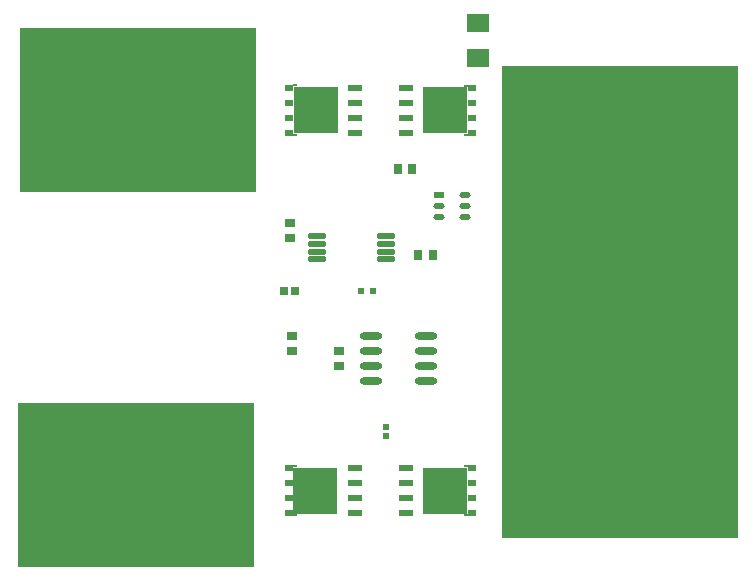
<source format=gtp>
G04*
G04 #@! TF.GenerationSoftware,Altium Limited,Altium Designer,24.9.1 (31)*
G04*
G04 Layer_Color=8421504*
%FSLAX44Y44*%
%MOMM*%
G71*
G04*
G04 #@! TF.SameCoordinates,8590F6A5-7837-48F7-9A02-AE0D2931B4B9*
G04*
G04*
G04 #@! TF.FilePolarity,Positive*
G04*
G01*
G75*
%ADD16R,0.3200X0.2550*%
%ADD17R,3.8100X3.9100*%
%ADD18R,0.7100X0.6100*%
%ADD19R,1.2700X0.6100*%
%ADD20R,0.5000X0.5500*%
%ADD21R,20.0000X14.0000*%
%ADD22R,0.7581X0.8121*%
%ADD23R,20.0000X40.0000*%
G04:AMPARAMS|DCode=24|XSize=0.9397mm|YSize=0.4858mm|CornerRadius=0.2429mm|HoleSize=0mm|Usage=FLASHONLY|Rotation=0.000|XOffset=0mm|YOffset=0mm|HoleType=Round|Shape=RoundedRectangle|*
%AMROUNDEDRECTD24*
21,1,0.9397,0.0000,0,0,0.0*
21,1,0.4539,0.4858,0,0,0.0*
1,1,0.4858,0.2269,0.0000*
1,1,0.4858,-0.2269,0.0000*
1,1,0.4858,-0.2269,0.0000*
1,1,0.4858,0.2269,0.0000*
%
%ADD24ROUNDEDRECTD24*%
%ADD25R,0.9397X0.4858*%
%ADD26R,0.5000X0.6000*%
G04:AMPARAMS|DCode=27|XSize=1.5mm|YSize=0.45mm|CornerRadius=0.0495mm|HoleSize=0mm|Usage=FLASHONLY|Rotation=180.000|XOffset=0mm|YOffset=0mm|HoleType=Round|Shape=RoundedRectangle|*
%AMROUNDEDRECTD27*
21,1,1.5000,0.3510,0,0,180.0*
21,1,1.4010,0.4500,0,0,180.0*
1,1,0.0990,-0.7005,0.1755*
1,1,0.0990,0.7005,0.1755*
1,1,0.0990,0.7005,-0.1755*
1,1,0.0990,-0.7005,-0.1755*
%
%ADD27ROUNDEDRECTD27*%
%ADD28R,0.7596X0.7158*%
%ADD29R,1.8582X1.5055*%
%ADD30O,1.9000X0.6000*%
%ADD31R,0.8121X0.7581*%
D16*
X892983Y634613D02*
D03*
Y676273D02*
D03*
X748111Y676277D02*
D03*
Y634617D02*
D03*
X893110Y998476D02*
D03*
Y956816D02*
D03*
X748238Y957070D02*
D03*
Y998730D02*
D03*
D17*
X875483Y655443D02*
D03*
X765611Y655447D02*
D03*
X875610Y977646D02*
D03*
X765738Y977900D02*
D03*
D18*
X898083Y674493D02*
D03*
Y661793D02*
D03*
Y649093D02*
D03*
Y636393D02*
D03*
X743011Y636397D02*
D03*
Y649097D02*
D03*
Y661797D02*
D03*
Y674497D02*
D03*
X898210Y958596D02*
D03*
Y971296D02*
D03*
Y983996D02*
D03*
Y996696D02*
D03*
X743138Y996950D02*
D03*
Y984250D02*
D03*
Y971550D02*
D03*
Y958850D02*
D03*
D19*
X841883Y636393D02*
D03*
Y649093D02*
D03*
Y661793D02*
D03*
Y674493D02*
D03*
X799211Y674497D02*
D03*
Y661797D02*
D03*
Y649097D02*
D03*
Y636397D02*
D03*
X842010Y996696D02*
D03*
Y983996D02*
D03*
Y971296D02*
D03*
Y958596D02*
D03*
X799338Y958850D02*
D03*
Y971550D02*
D03*
Y984250D02*
D03*
Y996950D02*
D03*
D20*
X825373Y702243D02*
D03*
Y709743D02*
D03*
D21*
X613793Y660019D02*
D03*
X615315Y977900D02*
D03*
D22*
X852584Y855472D02*
D03*
X865124D02*
D03*
X835232Y927862D02*
D03*
X847772D02*
D03*
D23*
X1023493Y815594D02*
D03*
D24*
X892535Y906120D02*
D03*
Y896620D02*
D03*
Y887120D02*
D03*
X870225D02*
D03*
Y896620D02*
D03*
D25*
Y906120D02*
D03*
D26*
X804244Y824992D02*
D03*
X814244D02*
D03*
D27*
X825290Y851564D02*
D03*
Y858064D02*
D03*
Y864564D02*
D03*
Y871064D02*
D03*
X767290D02*
D03*
Y864564D02*
D03*
Y858064D02*
D03*
Y851564D02*
D03*
D28*
X738696Y824484D02*
D03*
X748221D02*
D03*
D29*
X903097Y1051719D02*
D03*
Y1022191D02*
D03*
D30*
X859414Y748538D02*
D03*
Y761238D02*
D03*
Y773938D02*
D03*
Y786638D02*
D03*
X812414Y748538D02*
D03*
Y761238D02*
D03*
Y773938D02*
D03*
Y786638D02*
D03*
D31*
X744220Y882062D02*
D03*
Y869522D02*
D03*
X745998Y786558D02*
D03*
Y774018D02*
D03*
X785622Y761064D02*
D03*
Y773604D02*
D03*
M02*

</source>
